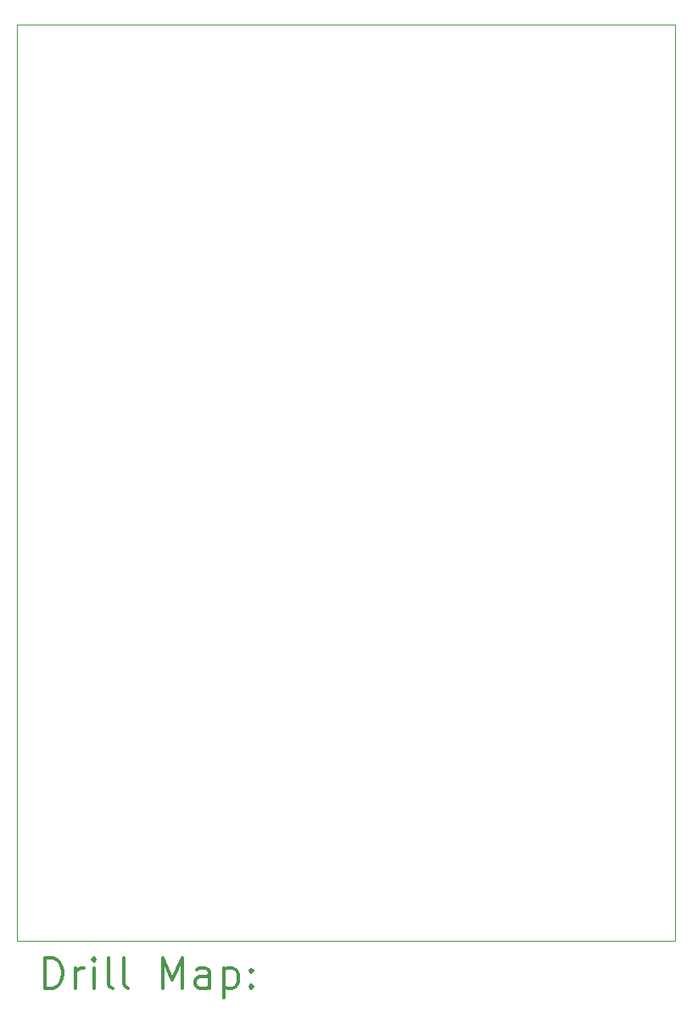
<source format=gbr>
%FSLAX45Y45*%
G04 Gerber Fmt 4.5, Leading zero omitted, Abs format (unit mm)*
G04 Created by KiCad (PCBNEW (5.1.4)-1) date 2019-11-27 14:19:11*
%MOMM*%
%LPD*%
G04 APERTURE LIST*
%ADD10C,0.050000*%
%ADD11C,0.200000*%
%ADD12C,0.300000*%
G04 APERTURE END LIST*
D10*
X10160000Y-3048000D02*
X16735000Y-3048000D01*
X16735000Y-3048000D02*
X16735000Y-12192500D01*
X10160000Y-12192000D02*
X16735000Y-12192500D01*
X10160000Y-11049000D02*
X10160000Y-12192000D01*
X10160000Y-11049000D02*
X10160000Y-3048000D01*
D11*
D12*
X10443928Y-12660714D02*
X10443928Y-12360714D01*
X10515357Y-12360714D01*
X10558214Y-12375000D01*
X10586786Y-12403571D01*
X10601071Y-12432143D01*
X10615357Y-12489286D01*
X10615357Y-12532143D01*
X10601071Y-12589286D01*
X10586786Y-12617857D01*
X10558214Y-12646429D01*
X10515357Y-12660714D01*
X10443928Y-12660714D01*
X10743928Y-12660714D02*
X10743928Y-12460714D01*
X10743928Y-12517857D02*
X10758214Y-12489286D01*
X10772500Y-12475000D01*
X10801071Y-12460714D01*
X10829643Y-12460714D01*
X10929643Y-12660714D02*
X10929643Y-12460714D01*
X10929643Y-12360714D02*
X10915357Y-12375000D01*
X10929643Y-12389286D01*
X10943928Y-12375000D01*
X10929643Y-12360714D01*
X10929643Y-12389286D01*
X11115357Y-12660714D02*
X11086786Y-12646429D01*
X11072500Y-12617857D01*
X11072500Y-12360714D01*
X11272500Y-12660714D02*
X11243928Y-12646429D01*
X11229643Y-12617857D01*
X11229643Y-12360714D01*
X11615357Y-12660714D02*
X11615357Y-12360714D01*
X11715357Y-12575000D01*
X11815357Y-12360714D01*
X11815357Y-12660714D01*
X12086786Y-12660714D02*
X12086786Y-12503571D01*
X12072500Y-12475000D01*
X12043928Y-12460714D01*
X11986786Y-12460714D01*
X11958214Y-12475000D01*
X12086786Y-12646429D02*
X12058214Y-12660714D01*
X11986786Y-12660714D01*
X11958214Y-12646429D01*
X11943928Y-12617857D01*
X11943928Y-12589286D01*
X11958214Y-12560714D01*
X11986786Y-12546429D01*
X12058214Y-12546429D01*
X12086786Y-12532143D01*
X12229643Y-12460714D02*
X12229643Y-12760714D01*
X12229643Y-12475000D02*
X12258214Y-12460714D01*
X12315357Y-12460714D01*
X12343928Y-12475000D01*
X12358214Y-12489286D01*
X12372500Y-12517857D01*
X12372500Y-12603571D01*
X12358214Y-12632143D01*
X12343928Y-12646429D01*
X12315357Y-12660714D01*
X12258214Y-12660714D01*
X12229643Y-12646429D01*
X12501071Y-12632143D02*
X12515357Y-12646429D01*
X12501071Y-12660714D01*
X12486786Y-12646429D01*
X12501071Y-12632143D01*
X12501071Y-12660714D01*
X12501071Y-12475000D02*
X12515357Y-12489286D01*
X12501071Y-12503571D01*
X12486786Y-12489286D01*
X12501071Y-12475000D01*
X12501071Y-12503571D01*
M02*

</source>
